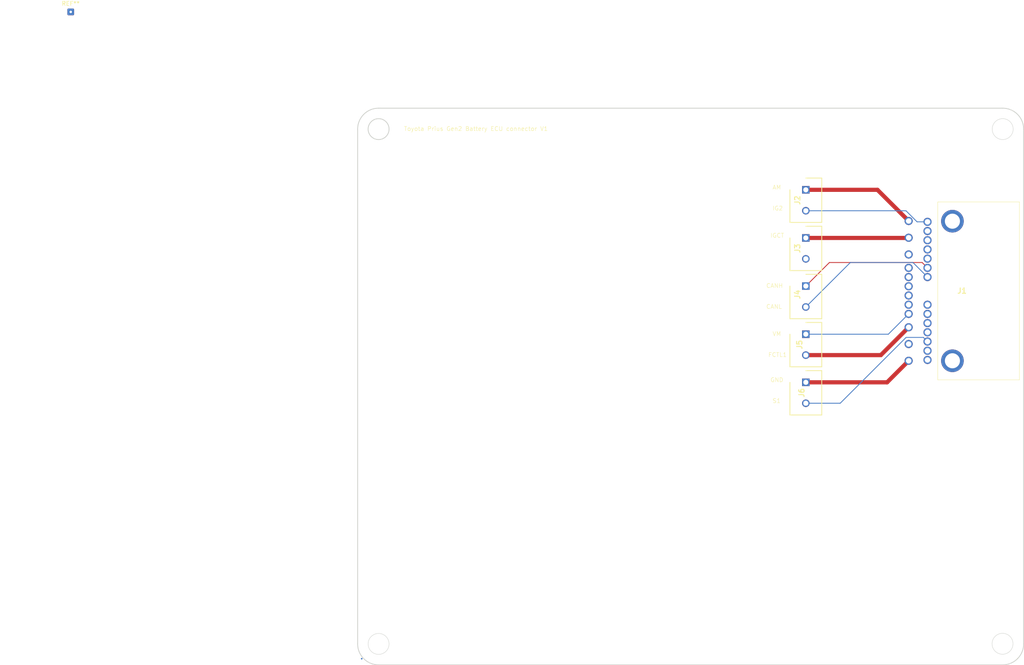
<source format=kicad_pcb>
(kicad_pcb (version 20240108) (generator "pcbnew") (generator_version "8.0")
  (layers (0 "F.Cu" signal) (31 "B.Cu" signal) (34 "B.Paste" user) (35 "F.Paste" user) (36 "B.SilkS" user "B.Silkscreen") (37 "F.SilkS" user "F.Silkscreen") (38 "B.Mask" user) (39 "F.Mask" user) (44 "Edge.Cuts" user))
  (net 0 "")
  (net 21 "/IG2")
  (net 22 "/GND")
  (net 23 "/S1")
  (net 24 "/FCTL1")
  (net 25 "/IGCT")
  (net 26 "/VM")
  (net 27 "/CANL")
  (net 28 "/CANH")
  (net 29 "/AM")
  (footprint "1376357-3:SHDR2W100P0X500_1X2_1060X760X1020P" (layer "F.Cu") (at 175.5 65.5 -90)
    (property "Reference" "J4" (at 2 2 90) (layer "F.SilkS") (effects (font (size 1.27 1.27) (thickness 0.254))))
    (property "Value" "897-0736" (hide yes))
    (fp_line (start 0 3.8) (end 7.8 3.8) (stroke (width 0.2)) (layer "F.SilkS"))
    (fp_line (start 7.8 3.8) (end 7.8 -3.8) (stroke (width 0.2)) (layer "F.SilkS"))
    (fp_line (start -2.8 -3.8) (end -2.8 0) (stroke (width 0.2)) (layer "F.SilkS"))
    (fp_line (start 7.8 -3.8) (end -2.8 -3.8) (stroke (width 0.2)) (layer "F.SilkS"))
    (pad "1" thru_hole rect (at 0 0 270) (size 1.8 1.8) (drill 1.2) (layers "*.Cu" "*.Mask") (net 28 "/CANH"))
    (pad "2" thru_hole circle (at 5 0 270) (size 1.8 1.8) (drill 1.2) (layers "*.Cu" "*.Mask") (net 27 "/CANL"))
  )
  (footprint "1376357-3:SHDR2W100P0X500_1X2_1060X760X1020P" (layer "F.Cu") (at 175.5 42.5 -90)
    (property "Reference" "J2" (at 2.5 2 90) (layer "F.SilkS") (effects (font (size 1.27 1.27) (thickness 0.254))))
    (property "Value" "897-0736" (hide yes))
    (fp_line (start 0 3.8) (end 7.8 3.8) (stroke (width 0.2)) (layer "F.SilkS"))
    (fp_line (start 7.8 3.8) (end 7.8 -3.8) (stroke (width 0.2)) (layer "F.SilkS"))
    (fp_line (start -2.8 -3.8) (end -2.8 0) (stroke (width 0.2)) (layer "F.SilkS"))
    (fp_line (start 7.8 -3.8) (end -2.8 -3.8) (stroke (width 0.2)) (layer "F.SilkS"))
    (pad "1" thru_hole rect (at 0 0 270) (size 1.8 1.8) (drill 1.2) (layers "*.Cu" "*.Mask") (net 29 "/AM"))
    (pad "2" thru_hole circle (at 5 0 270) (size 1.8 1.8) (drill 1.2) (layers "*.Cu" "*.Mask") (net 21 "/IG2"))
  )
  (footprint "1376357-3:SHDR2W100P0X500_1X2_1060X760X1020P" (layer "F.Cu") (at 175.5 88.5 -90)
    (property "Reference" "J6" (at 2.5 1 90) (layer "F.SilkS") (effects (font (size 1.27 1.27) (thickness 0.254))))
    (property "Value" "897-0736" (hide yes))
    (fp_line (start 0 3.8) (end 7.8 3.8) (stroke (width 0.2)) (layer "F.SilkS"))
    (fp_line (start 7.8 3.8) (end 7.8 -3.8) (stroke (width 0.2)) (layer "F.SilkS"))
    (fp_line (start -2.8 -3.8) (end -2.8 0) (stroke (width 0.2)) (layer "F.SilkS"))
    (fp_line (start 7.8 -3.8) (end -2.8 -3.8) (stroke (width 0.2)) (layer "F.SilkS"))
    (pad "1" thru_hole rect (at 0 0 270) (size 1.8 1.8) (drill 1.2) (layers "*.Cu" "*.Mask") (net 22 "/GND"))
    (pad "2" thru_hole circle (at 5 0 270) (size 1.8 1.8) (drill 1.2) (layers "*.Cu" "*.Mask") (net 23 "/S1"))
  )
  (footprint "1376357-3:13763573" (layer "F.Cu") (at 200.05 50)
    (property "Reference" "J1" (at 12.738 16.65 0) (layer "F.SilkS") (effects (font (size 1.27 1.27) (thickness 0.254))))
    (property "Value" "1376357-3" (hide yes))
    (fp_line (start 6.95 -4.6) (end 26.45 -4.6) (stroke (width 0.1)) (layer "F.SilkS"))
    (fp_line (start 6.95 37.9) (end 6.95 -4.6) (stroke (width 0.1)) (layer "F.SilkS"))
    (fp_line (start 26.45 -4.6) (end 26.45 37.9) (stroke (width 0.1)) (layer "F.SilkS"))
    (fp_line (start 26.45 37.9) (end 6.95 37.9) (stroke (width 0.1)) (layer "F.SilkS"))
    (pad "1" thru_hole circle (at 0 -0.05) (size 1.95 1.95) (drill 1.3) (layers "*.Cu" "*.Mask") (net 29 "/AM"))
    (pad "2" thru_hole circle (at 0 3.95) (size 1.95 1.95) (drill 1.3) (layers "*.Cu" "*.Mask") (net 25 "/IGCT"))
    (pad "3" thru_hole circle (at 0 7.95) (size 1.95 1.95) (drill 1.3) (layers "*.Cu" "*.Mask"))
    (pad "4" thru_hole circle (at 0 11.15) (size 1.95 1.95) (drill 1.3) (layers "*.Cu" "*.Mask"))
    (pad "5" thru_hole circle (at 0 13.35) (size 1.95 1.95) (drill 1.3) (layers "*.Cu" "*.Mask"))
    (pad "6" thru_hole circle (at 0 15.55) (size 1.95 1.95) (drill 1.3) (layers "*.Cu" "*.Mask"))
    (pad "7" thru_hole circle (at 0 17.75) (size 1.95 1.95) (drill 1.3) (layers "*.Cu" "*.Mask"))
    (pad "8" thru_hole circle (at 0 19.95) (size 1.95 1.95) (drill 1.3) (layers "*.Cu" "*.Mask"))
    (pad "9" thru_hole circle (at 0 22.15) (size 1.95 1.95) (drill 1.3) (layers "*.Cu" "*.Mask") (net 26 "/VM"))
    (pad "10" thru_hole circle (at 0 25.35) (size 1.95 1.95) (drill 1.3) (layers "*.Cu" "*.Mask") (net 24 "/FCTL1"))
    (pad "11" thru_hole circle (at 0 29.35) (size 1.95 1.95) (drill 1.3) (layers "*.Cu" "*.Mask"))
    (pad "12" thru_hole circle (at 0 33.35) (size 1.95 1.95) (drill 1.3) (layers "*.Cu" "*.Mask") (net 22 "/GND"))
    (pad "13" thru_hole circle (at 4.5 0.15) (size 1.95 1.95) (drill 1.3) (layers "*.Cu" "*.Mask") (net 21 "/IG2"))
    (pad "14" thru_hole circle (at 4.5 2.35) (size 1.95 1.95) (drill 1.3) (layers "*.Cu" "*.Mask"))
    (pad "15" thru_hole circle (at 4.5 4.55) (size 1.95 1.95) (drill 1.3) (layers "*.Cu" "*.Mask"))
    (pad "16" thru_hole circle (at 4.5 6.75) (size 1.95 1.95) (drill 1.3) (layers "*.Cu" "*.Mask"))
    (pad "17" thru_hole circle (at 4.5 8.95) (size 1.95 1.95) (drill 1.3) (layers "*.Cu" "*.Mask"))
    (pad "18" thru_hole circle (at 4.5 11.15) (size 1.95 1.95) (drill 1.3) (layers "*.Cu" "*.Mask") (net 28 "/CANH"))
    (pad "19" thru_hole circle (at 4.5 13.35) (size 1.95 1.95) (drill 1.3) (layers "*.Cu" "*.Mask") (net 27 "/CANL"))
    (pad "20" thru_hole circle (at 4.5 19.95) (size 1.95 1.95) (drill 1.3) (layers "*.Cu" "*.Mask"))
    (pad "21" thru_hole circle (at 4.5 22.15) (size 1.95 1.95) (drill 1.3) (layers "*.Cu" "*.Mask"))
    (pad "22" thru_hole circle (at 4.5 24.35) (size 1.95 1.95) (drill 1.3) (layers "*.Cu" "*.Mask"))
    (pad "23" thru_hole circle (at 4.5 26.55) (size 1.95 1.95) (drill 1.3) (layers "*.Cu" "*.Mask"))
    (pad "24" thru_hole circle (at 4.5 28.75) (size 1.95 1.95) (drill 1.3) (layers "*.Cu" "*.Mask") (net 23 "/S1"))
    (pad "25" thru_hole circle (at 4.5 30.95) (size 1.95 1.95) (drill 1.3) (layers "*.Cu" "*.Mask"))
    (pad "26" thru_hole circle (at 4.5 33.15) (size 1.95 1.95) (drill 1.3) (layers "*.Cu" "*.Mask"))
    (pad "MH1" thru_hole circle (at 10.45 0) (size 5.4 5.4) (drill 3.6) (layers "*.Cu" "*.Mask"))
    (pad "MH2" thru_hole circle (at 10.45 33.35) (size 5.4 5.4) (drill 3.6) (layers "*.Cu" "*.Mask"))
  )
  (footprint "1376357-3:SHDR2W100P0X500_1X2_1060X760X1020P" (layer "F.Cu") (at 175.5 54 -90)
    (property "Reference" "J3" (at 2.5 2 90) (layer "F.SilkS") (effects (font (size 1.27 1.27) (thickness 0.254))))
    (property "Value" "897-0736" (hide yes))
    (fp_line (start 0 3.8) (end 7.8 3.8) (stroke (width 0.2)) (layer "F.SilkS"))
    (fp_line (start 7.8 3.8) (end 7.8 -3.8) (stroke (width 0.2)) (layer "F.SilkS"))
    (fp_line (start -2.8 -3.8) (end -2.8 0) (stroke (width 0.2)) (layer "F.SilkS"))
    (fp_line (start 7.8 -3.8) (end -2.8 -3.8) (stroke (width 0.2)) (layer "F.SilkS"))
    (pad "1" thru_hole rect (at 0 0 270) (size 1.8 1.8) (drill 1.2) (layers "*.Cu" "*.Mask") (net 25 "/IGCT"))
    (pad "2" thru_hole circle (at 5 0 270) (size 1.8 1.8) (drill 1.2) (layers "*.Cu" "*.Mask"))
  )
  (footprint "1376357-3:SHDR2W100P0X500_1X2_1060X760X1020P" (layer "F.Cu") (at 175.5 77 -90)
    (property "Reference" "J5" (at 2.5 1.5 90) (layer "F.SilkS") (effects (font (size 1.27 1.27) (thickness 0.254))))
    (property "Value" "897-0736" (hide yes))
    (fp_line (start 0 3.8) (end 7.8 3.8) (stroke (width 0.2)) (layer "F.SilkS"))
    (fp_line (start 7.8 3.8) (end 7.8 -3.8) (stroke (width 0.2)) (layer "F.SilkS"))
    (fp_line (start -2.8 -3.8) (end -2.8 0) (stroke (width 0.2)) (layer "F.SilkS"))
    (fp_line (start 7.8 -3.8) (end -2.8 -3.8) (stroke (width 0.2)) (layer "F.SilkS"))
    (pad "1" thru_hole rect (at 0 0 270) (size 1.8 1.8) (drill 1.2) (layers "*.Cu" "*.Mask") (net 26 "/VM"))
    (pad "2" thru_hole circle (at 5 0 270) (size 1.8 1.8) (drill 1.2) (layers "*.Cu" "*.Mask") (net 24 "/FCTL1"))
  )
  (footprint "Connector_Wire:SolderWire-0.1sqmm_1x01_D0.4mm_OD1mm" (layer "F.Cu") (at 0 0)
    (property "Reference" "REF**" (at 0 -2 0) (layer "F.SilkS"))
    (property "Value" "SolderWire-0.1sqmm_1x01_D0.4mm_OD1mm")
    (pad "1" thru_hole roundrect (at 0 0) (size 1.6 1.6) (drill 0.6) (layers "*.Cu" "*.Mask") (roundrect_rratio 0.15625))
  )
  (gr_arc (start 69.464466 154.535534) (mid 69.464466 154.535534) (end 69.464466 154.535534) (stroke (width 0.2)) (layer "B.Cu"))
  (gr_arc (start 226 154.5) (mid 226 154.5) (end 226 154.5) (stroke (width 0.1)) (layer "F.SilkS"))
  (gr_arc (start 68.5 28) (mid 69.964466 24.464466) (end 73.5 23) (stroke (width 0.2)) (layer "Edge.Cuts"))
  (gr_line (start 227.5 28) (end 227.5 151) (stroke (width 0.2)) (layer "Edge.Cuts"))
  (gr_arc (start 222.5 23) (mid 226.035534 24.464466) (end 227.5 28) (stroke (width 0.2)) (layer "Edge.Cuts"))
  (gr_arc (start 227.5 151) (mid 226.035534 154.535534) (end 222.5 156) (stroke (width 0.2)) (layer "Edge.Cuts"))
  (gr_line (start 68.5 151) (end 68.5 28) (stroke (width 0.2)) (layer "Edge.Cuts"))
  (gr_circle (center 73.5 151) (end 76 151) (stroke (width 0.1)) (fill none) (layer "Edge.Cuts"))
  (gr_circle (center 222.5 28) (end 225 28) (stroke (width 0.1)) (fill none) (layer "Edge.Cuts"))
  (gr_line (start 73.5 23) (end 222.5 23) (stroke (width 0.2)) (layer "Edge.Cuts"))
  (gr_circle (center 73.5 28) (end 76 28) (stroke (width 0.2)) (fill none) (layer "Edge.Cuts"))
  (gr_line (start 222.5 156) (end 73.5 156) (stroke (width 0.2)) (layer "Edge.Cuts"))
  (gr_circle (center 222.464466 150.964466) (end 224.964466 150.964466) (stroke (width 0.1)) (fill none) (layer "Edge.Cuts"))
  (gr_arc (start 73.5 156) (mid 69.964466 154.535534) (end 68.5 151) (stroke (width 0.2)) (layer "Edge.Cuts"))
  (gr_text "Toyota Prius Gen2 Battery ECU connector V1" (at 79.5 28.5 0) (layer "F.SilkS") (effects (font (size 1 1) (thickness 0.1)) (justify left bottom)))
  (gr_text "GND" (at 167 88.5 0) (layer "F.SilkS") (effects (font (size 1 1) (thickness 0.1)) (justify left bottom)))
  (gr_text "FCTL1" (at 166.5 82.5 0) (layer "F.SilkS") (effects (font (size 1 1) (thickness 0.1)) (justify left bottom)))
  (gr_text "CANL" (at 166 71 0) (layer "F.SilkS") (effects (font (size 1 1) (thickness 0.1)) (justify left bottom)))
  (gr_text "AM" (at 167.5 42.5 0) (layer "F.SilkS") (effects (font (size 1 1) (thickness 0.1)) (justify left bottom)))
  (gr_text "IGCT" (at 167 54 0) (layer "F.SilkS") (effects (font (size 1 1) (thickness 0.1)) (justify left bottom)))
  (gr_text "CANH" (at 166 66 0) (layer "F.SilkS") (effects (font (size 1 1) (thickness 0.1)) (justify left bottom)))
  (gr_text "IG2" (at 167.5 47.5 0) (layer "F.SilkS") (effects (font (size 1 1) (thickness 0.1)) (justify left bottom)))
  (gr_text "VM" (at 167.5 77.5 0) (layer "F.SilkS") (effects (font (size 1 1) (thickness 0.1)) (justify left bottom)))
  (gr_text "S1" (at 167.5 93.5 0) (layer "F.SilkS") (effects (font (size 1 1) (thickness 0.1)) (justify left bottom)))
  (segment (start 199.403123 47.5) (end 202.053123 50.15) (width 0.2) (layer "B.Cu") (net 21))
  (segment (start 202.053123 50.15) (end 204.55 50.15) (width 0.2) (layer "B.Cu") (net 21))
  (segment (start 175.5 47.5) (end 199.403123 47.5) (width 0.2) (layer "B.Cu") (net 21))
  (segment (start 194.9 88.5) (end 200.05 83.35) (width 1) (layer "F.Cu") (net 22))
  (segment (start 175.5 88.5) (end 194.9 88.5) (width 1) (layer "F.Cu") (net 22))
  (segment (start 203.575 77.775) (end 204.55 78.75) (width 0.2) (layer "B.Cu") (net 23))
  (segment (start 199.428123 77.775) (end 203.575 77.775) (width 0.2) (layer "B.Cu") (net 23))
  (segment (start 183.703123 93.5) (end 199.428123 77.775) (width 0.2) (layer "B.Cu") (net 23))
  (segment (start 175.5 93.5) (end 183.703123 93.5) (width 0.2) (layer "B.Cu") (net 23))
  (segment (start 193.4 82) (end 200.05 75.35) (width 1) (layer "F.Cu") (net 24))
  (segment (start 175.5 82) (end 193.4 82) (width 1) (layer "F.Cu") (net 24))
  (segment (start 200 54) (end 200.05 53.95) (width 0.2) (layer "F.Cu") (net 25))
  (segment (start 175.5 54) (end 200 54) (width 1) (layer "F.Cu") (net 25))
  (segment (start 195.2 77) (end 200.05 72.15) (width 0.2) (layer "B.Cu") (net 26))
  (segment (start 175.5 77) (end 195.2 77) (width 0.2) (layer "B.Cu") (net 26))
  (segment (start 175.5 70.5) (end 186.125 59.875) (width 0.2) (layer "B.Cu") (net 27))
  (segment (start 201.075 59.875) (end 204.55 63.35) (width 0.2) (layer "B.Cu") (net 27))
  (segment (start 186.125 59.875) (end 201.075 59.875) (width 0.2) (layer "B.Cu") (net 27))
  (segment (start 203.275 59.875) (end 204.55 61.15) (width 0.2) (layer "F.Cu") (net 28))
  (segment (start 175.5 65.5) (end 181.125 59.875) (width 0.2) (layer "F.Cu") (net 28))
  (segment (start 181.125 59.875) (end 203.275 59.875) (width 0.2) (layer "F.Cu") (net 28))
  (segment (start 175.5 42.5) (end 192.6 42.5) (width 1) (layer "F.Cu") (net 29))
  (segment (start 192.6 42.5) (end 200.05 49.95) (width 1) (layer "F.Cu") (net 29))
)
</source>
